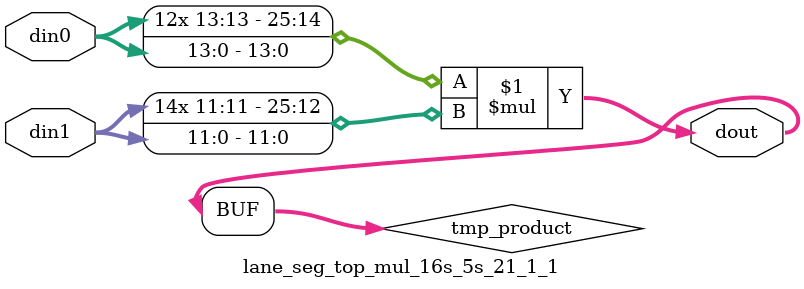
<source format=v>

`timescale 1 ns / 1 ps

  module lane_seg_top_mul_16s_5s_21_1_1(din0, din1, dout);
parameter ID = 1;
parameter NUM_STAGE = 0;
parameter din0_WIDTH = 14;
parameter din1_WIDTH = 12;
parameter dout_WIDTH = 26;

input [din0_WIDTH - 1 : 0] din0; 
input [din1_WIDTH - 1 : 0] din1; 
output [dout_WIDTH - 1 : 0] dout;

wire signed [dout_WIDTH - 1 : 0] tmp_product;













assign tmp_product = $signed(din0) * $signed(din1);








assign dout = tmp_product;







endmodule

</source>
